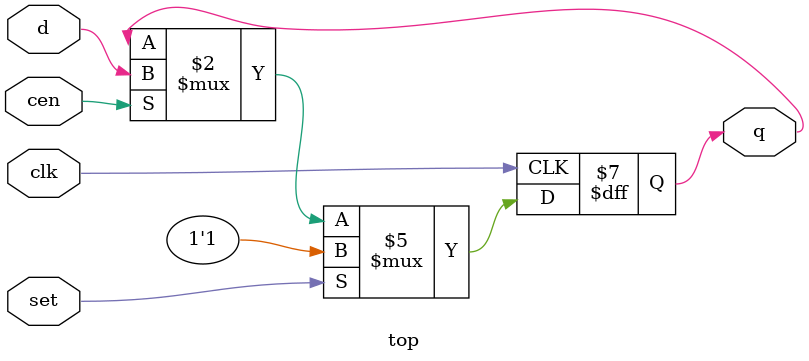
<source format=v>
module top(input clk, d, set, cen, output reg q);
    always @(posedge clk)
         if (set)
            q <= 1'b1;
         else
             if (cen)
                  q <= d;
endmodule

</source>
